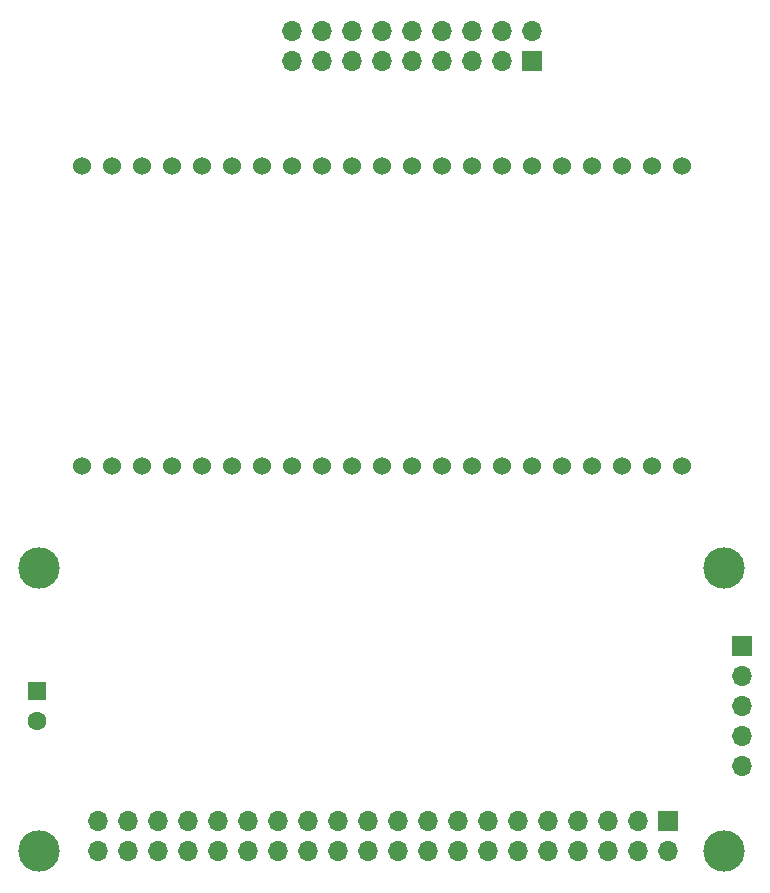
<source format=gbr>
%TF.GenerationSoftware,KiCad,Pcbnew,6.0.8-f2edbf62ab~116~ubuntu20.04.1*%
%TF.CreationDate,2022-10-24T22:15:30-06:00*%
%TF.ProjectId,seedsigner-esp32-dev-board,73656564-7369-4676-9e65-722d65737033,rev?*%
%TF.SameCoordinates,Original*%
%TF.FileFunction,Soldermask,Bot*%
%TF.FilePolarity,Negative*%
%FSLAX46Y46*%
G04 Gerber Fmt 4.6, Leading zero omitted, Abs format (unit mm)*
G04 Created by KiCad (PCBNEW 6.0.8-f2edbf62ab~116~ubuntu20.04.1) date 2022-10-24 22:15:30*
%MOMM*%
%LPD*%
G01*
G04 APERTURE LIST*
%ADD10O,1.700000X1.700000*%
%ADD11R,1.700000X1.700000*%
%ADD12C,3.500000*%
%ADD13R,1.600000X1.600000*%
%ADD14C,1.600000*%
%ADD15C,1.530000*%
G04 APERTURE END LIST*
D10*
%TO.C,U3*%
X11540000Y5540000D03*
X11540000Y8080000D03*
X14080000Y5540000D03*
X14080000Y8080000D03*
X16620000Y5540000D03*
X16620000Y8080000D03*
X19160000Y5540000D03*
X19160000Y8080000D03*
X21700000Y5540000D03*
X21700000Y8080000D03*
X24240000Y5540000D03*
X24240000Y8080000D03*
X26780000Y5540000D03*
X26780000Y8080000D03*
X29320000Y5540000D03*
X29320000Y8080000D03*
X31860000Y5540000D03*
X31860000Y8080000D03*
X34400000Y5540000D03*
X34400000Y8080000D03*
X36940000Y5540000D03*
X36940000Y8080000D03*
X39480000Y5540000D03*
X39480000Y8080000D03*
X42020000Y5540000D03*
X42020000Y8080000D03*
X44560000Y5540000D03*
X44560000Y8080000D03*
X47100000Y5540000D03*
X47100000Y8080000D03*
X49640000Y5540000D03*
X49640000Y8080000D03*
X52180000Y5540000D03*
X52180000Y8080000D03*
X54720000Y5540000D03*
X54720000Y8080000D03*
X57260000Y5540000D03*
X57260000Y8080000D03*
X59800000Y5540000D03*
D11*
X59800000Y8080000D03*
D12*
X6560000Y5540000D03*
X64560000Y5540000D03*
X64560000Y29540000D03*
X6560000Y29540000D03*
%TD*%
D13*
%TO.C,C1*%
X6350000Y19050000D03*
D14*
X6350000Y16550000D03*
%TD*%
D11*
%TO.C,J1*%
X66040000Y22860000D03*
D10*
X66040000Y20320000D03*
X66040000Y17780000D03*
X66040000Y15240000D03*
X66040000Y12700000D03*
%TD*%
D15*
%TO.C,U1*%
X12700000Y38100000D03*
X15240000Y38100000D03*
X17780000Y38100000D03*
X20320000Y38100000D03*
X10160000Y38100000D03*
X22860000Y38100000D03*
X25400000Y38100000D03*
X58420000Y38100000D03*
X27940000Y38100000D03*
X30480000Y38100000D03*
X33020000Y38100000D03*
X35560000Y38100000D03*
X38100000Y38100000D03*
X40640000Y38100000D03*
X43180000Y38100000D03*
X45720000Y38100000D03*
X48260000Y38100000D03*
X50800000Y38100000D03*
X53340000Y38100000D03*
X55880000Y38100000D03*
X60960000Y63500000D03*
X58420000Y63500000D03*
X55880000Y63500000D03*
X53340000Y63500000D03*
X50800000Y63500000D03*
X48260000Y63500000D03*
X45720000Y63500000D03*
X43180000Y63500000D03*
X40640000Y63500000D03*
X38100000Y63500000D03*
X35560000Y63500000D03*
X33020000Y63500000D03*
X30480000Y63500000D03*
X27940000Y63500000D03*
X25400000Y63500000D03*
X17780000Y63500000D03*
X15240000Y63500000D03*
X60960000Y38100000D03*
X10160000Y63500000D03*
X12700000Y63500000D03*
X20320000Y63500000D03*
X22860000Y63500000D03*
%TD*%
D11*
%TO.C,U2*%
X48260000Y72390000D03*
D10*
X48260000Y74930000D03*
X45720000Y72390000D03*
X45720000Y74930000D03*
X43180000Y72390000D03*
X43180000Y74930000D03*
X40640000Y72390000D03*
X40640000Y74930000D03*
X38100000Y72390000D03*
X38100000Y74930000D03*
X35560000Y72390000D03*
X35560000Y74930000D03*
X33020000Y72390000D03*
X33020000Y74930000D03*
X30480000Y72390000D03*
X30480000Y74930000D03*
X27940000Y72390000D03*
X27940000Y74930000D03*
%TD*%
M02*

</source>
